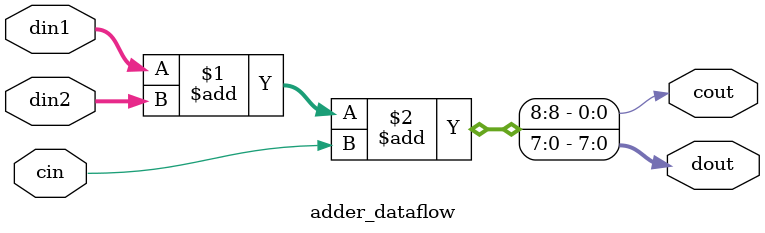
<source format=v>
module adder_dataflow ( output [7: 0] dout, output cout, input [7:0] din1, din2, input cin);
  assign {cout,dout}=din1+din2+cin;
endmodule

</source>
